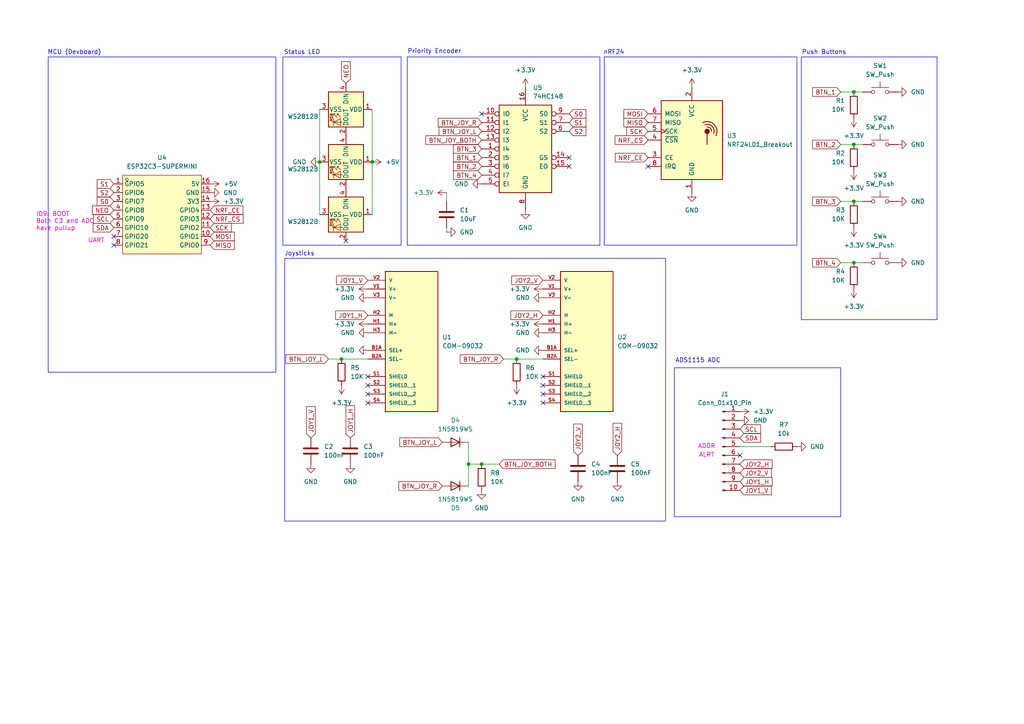
<source format=kicad_sch>
(kicad_sch (version 20250114) (generator "eeschema") (generator_version "9.0")
  (paper "A4")
  (lib_symbols
    (symbol "74xx:74LS148" (pin_names (offset 1.016))
      (property "Reference" "U" (at -7.62 13.97 0))
      (property "Value" "74LS148" (at -7.62 -13.97 0))
      (symbol "74LS148_1_0"
        (pin input inverted (at -12.7 10.16 0) (length 5.08) (name "IO") (number "10"))
        (pin input inverted (at -12.7 7.62 0) (length 5.08) (name "I1") (number "11"))
        (pin input inverted (at -12.7 5.08 0) (length 5.08) (name "I2") (number "12"))
        (pin input inverted (at -12.7 2.54 0) (length 5.08) (name "I3") (number "13"))
        (pin input inverted (at -12.7 0 0) (length 5.08) (name "I4") (number "1"))
        (pin input inverted (at -12.7 -2.54 0) (length 5.08) (name "I5") (number "2"))
        (pin input inverted (at -12.7 -5.08 0) (length 5.08) (name "I6") (number "3"))
        (pin input inverted (at -12.7 -7.62 0) (length 5.08) (name "I7") (number "4"))
        (pin input inverted (at -12.7 -10.16 0) (length 5.08) (name "EI") (number "5"))
        (pin power_in line (at 0 17.78 270) (length 5.08) (name "VCC") (number "16"))
        (pin power_in line (at 0 -17.78 90) (length 5.08) (name "GND") (number "8"))
        (pin output inverted (at 12.7 10.16 180) (length 5.08) (name "S0") (number "9"))
        (pin output inverted (at 12.7 7.62 180) (length 5.08) (name "S1") (number "7"))
        (pin output inverted (at 12.7 5.08 180) (length 5.08) (name "S2") (number "6"))
        (pin output inverted (at 12.7 -2.54 180) (length 5.08) (name "GS") (number "14"))
        (pin output inverted (at 12.7 -5.08 180) (length 5.08) (name "EO") (number "15"))
      )
      (symbol "74LS148_1_1"
        (rectangle (start -7.62 12.7) (end 7.62 -12.7) (stroke (width 0.254)) (fill (type background)))
      )
    )
    (symbol "Connector:Conn_01x10_Pin" (pin_names (offset 1.016) (hide yes))
      (property "Reference" "J" (at 0 12.7 0))
      (property "Value" "Conn_01x10_Pin" (at 0 -15.24 0))
      (symbol "Conn_01x10_Pin_1_1"
        (rectangle (start 0.8636 10.287) (end 0 10.033) (stroke (width 0.1524)) (fill (type outline)))
        (rectangle (start 0.8636 7.747) (end 0 7.493) (stroke (width 0.1524)) (fill (type outline)))
        (rectangle (start 0.8636 5.207) (end 0 4.953) (stroke (width 0.1524)) (fill (type outline)))
        (rectangle (start 0.8636 2.667) (end 0 2.413) (stroke (width 0.1524)) (fill (type outline)))
        (rectangle (start 0.8636 0.127) (end 0 -0.127) (stroke (width 0.1524)) (fill (type outline)))
        (rectangle (start 0.8636 -2.413) (end 0 -2.667) (stroke (width 0.1524)) (fill (type outline)))
        (rectangle (start 0.8636 -4.953) (end 0 -5.207) (stroke (width 0.1524)) (fill (type outline)))
        (rectangle (start 0.8636 -7.493) (end 0 -7.747) (stroke (width 0.1524)) (fill (type outline)))
        (rectangle (start 0.8636 -10.033) (end 0 -10.287) (stroke (width 0.1524)) (fill (type outline)))
        (rectangle (start 0.8636 -12.573) (end 0 -12.827) (stroke (width 0.1524)) (fill (type outline)))
        (polyline (pts (xy 1.27 10.16) (xy 0.8636 10.16)) (stroke (width 0.1524)))
        (polyline (pts (xy 1.27 7.62) (xy 0.8636 7.62)) (stroke (width 0.1524)))
        (polyline (pts (xy 1.27 5.08) (xy 0.8636 5.08)) (stroke (width 0.1524)))
        (polyline (pts (xy 1.27 2.54) (xy 0.8636 2.54)) (stroke (width 0.1524)))
        (polyline (pts (xy 1.27 0) (xy 0.8636 0)) (stroke (width 0.1524)))
        (polyline (pts (xy 1.27 -2.54) (xy 0.8636 -2.54)) (stroke (width 0.1524)))
        (polyline (pts (xy 1.27 -5.08) (xy 0.8636 -5.08)) (stroke (width 0.1524)))
        (polyline (pts (xy 1.27 -7.62) (xy 0.8636 -7.62)) (stroke (width 0.1524)))
        (polyline (pts (xy 1.27 -10.16) (xy 0.8636 -10.16)) (stroke (width 0.1524)))
        (polyline (pts (xy 1.27 -12.7) (xy 0.8636 -12.7)) (stroke (width 0.1524)))
        (pin passive line (at 5.08 10.16 180) (length 3.81) (name "Pin_1") (number "1"))
        (pin passive line (at 5.08 7.62 180) (length 3.81) (name "Pin_2") (number "2"))
        (pin passive line (at 5.08 5.08 180) (length 3.81) (name "Pin_3") (number "3"))
        (pin passive line (at 5.08 2.54 180) (length 3.81) (name "Pin_4") (number "4"))
        (pin passive line (at 5.08 0 180) (length 3.81) (name "Pin_5") (number "5"))
        (pin passive line (at 5.08 -2.54 180) (length 3.81) (name "Pin_6") (number "6"))
        (pin passive line (at 5.08 -5.08 180) (length 3.81) (name "Pin_7") (number "7"))
        (pin passive line (at 5.08 -7.62 180) (length 3.81) (name "Pin_8") (number "8"))
        (pin passive line (at 5.08 -10.16 180) (length 3.81) (name "Pin_9") (number "9"))
        (pin passive line (at 5.08 -12.7 180) (length 3.81) (name "Pin_10") (number "10"))
      )
    )
    (symbol "Device:C" (pin_numbers (hide yes)) (pin_names (offset 0.254))
      (property "Reference" "C" (at 0.635 2.54 0))
      (property "Value" "C" (at 0.635 -2.54 0))
      (symbol "C_0_1"
        (polyline (pts (xy -2.032 0.762) (xy 2.032 0.762)) (stroke (width 0.508)))
        (polyline (pts (xy -2.032 -0.762) (xy 2.032 -0.762)) (stroke (width 0.508)))
      )
      (symbol "C_1_1"
        (pin passive line (at 0 3.81 270) (length 2.794) (name "~") (number "1"))
        (pin passive line (at 0 -3.81 90) (length 2.794) (name "~") (number "2"))
      )
    )
    (symbol "Device:D" (pin_numbers (hide yes)) (pin_names (offset 1.016) (hide yes))
      (property "Reference" "D" (at 0 2.54 0))
      (property "Value" "D" (at 0 -2.54 0))
      (symbol "D_0_1"
        (polyline (pts (xy -1.27 1.27) (xy -1.27 -1.27)) (stroke (width 0.254)))
        (polyline (pts (xy 1.27 1.27) (xy 1.27 -1.27) (xy -1.27 0) (xy 1.27 1.27)) (stroke (width 0.254)))
        (polyline (pts (xy 1.27 0) (xy -1.27 0)))
      )
      (symbol "D_1_1"
        (pin passive line (at -3.81 0 0) (length 2.54) (name "K") (number "1"))
        (pin passive line (at 3.81 0 180) (length 2.54) (name "A") (number "2"))
      )
    )
    (symbol "Device:R" (pin_numbers (hide yes)) (pin_names (offset 0))
      (property "Reference" "R" (at 2.032 0 90))
      (property "Value" "R" (at 0 0 90))
      (symbol "R_0_1"
        (rectangle (start -1.016 -2.54) (end 1.016 2.54) (stroke (width 0.254)))
      )
      (symbol "R_1_1"
        (pin passive line (at 0 3.81 270) (length 1.27) (name "~") (number "1"))
        (pin passive line (at 0 -3.81 90) (length 1.27) (name "~") (number "2"))
      )
    )
    (symbol "LED:WS2812B" (pin_names (offset 0.254))
      (property "Reference" "D" (at 5.08 5.715 0))
      (property "Value" "WS2812B" (at 1.27 -5.715 0))
      (symbol "WS2812B_0_0"
        (text "RGB" (at 2.286 -4.191 0) (effects (font (size 0.762 0.762))))
      )
      (symbol "WS2812B_0_1"
        (polyline (pts (xy 1.27 -2.54) (xy 1.778 -2.54)))
        (polyline (pts (xy 1.27 -3.556) (xy 1.778 -3.556)))
        (polyline (pts (xy 2.286 -1.524) (xy 1.27 -2.54) (xy 1.27 -2.032)))
        (polyline (pts (xy 2.286 -2.54) (xy 1.27 -3.556) (xy 1.27 -3.048)))
        (polyline (pts (xy 3.683 -1.016) (xy 3.683 -3.556) (xy 3.683 -4.064)))
        (polyline (pts (xy 4.699 -1.524) (xy 2.667 -1.524) (xy 3.683 -3.556) (xy 4.699 -1.524)))
        (polyline (pts (xy 4.699 -3.556) (xy 2.667 -3.556)))
        (rectangle (start 5.08 5.08) (end -5.08 -5.08) (stroke (width 0.254)) (fill (type background)))
      )
      (symbol "WS2812B_1_1"
        (pin input line (at -7.62 0 0) (length 2.54) (name "DIN") (number "4"))
        (pin power_in line (at 0 7.62 270) (length 2.54) (name "VDD") (number "1"))
        (pin power_in line (at 0 -7.62 90) (length 2.54) (name "VSS") (number "3"))
        (pin output line (at 7.62 0 180) (length 2.54) (name "DOUT") (number "2"))
      )
    )
    (symbol "RF:NRF24L01_Breakout" (pin_names (offset 1.016))
      (property "Reference" "U" (at -8.89 12.7 0))
      (property "Value" "NRF24L01_Breakout" (at 3.81 12.7 0))
      (symbol "NRF24L01_Breakout_0_1"
        (rectangle (start -8.89 11.43) (end 8.89 -11.43) (stroke (width 0.254)) (fill (type background)))
        (arc (start 3.175 5.08) (mid 6.453 4.548) (end 6.985 1.27) (stroke (width 0.254)))
        (circle (center 4.445 2.54) (radius 0.635) (stroke (width 0.254)) (fill (type outline)))
        (polyline (pts (xy 4.445 1.905) (xy 4.445 -1.27)) (stroke (width 0.254)))
        (arc (start 3.81 4.445) (mid 5.8835 3.9785) (end 6.35 1.905) (stroke (width 0.254)))
        (arc (start 4.445 3.81) (mid 5.3558 3.4508) (end 5.715 2.54) (stroke (width 0.254)))
      )
      (symbol "NRF24L01_Breakout_1_1"
        (pin input line (at -12.7 7.62 0) (length 3.81) (name "MOSI") (number "6"))
        (pin output line (at -12.7 5.08 0) (length 3.81) (name "MISO") (number "7"))
        (pin input clock (at -12.7 2.54 0) (length 3.81) (name "SCK") (number "5"))
        (pin input line (at -12.7 0 0) (length 3.81) (name "~{CSN}") (number "4"))
        (pin input line (at -12.7 -5.08 0) (length 3.81) (name "CE") (number "3"))
        (pin output line (at -12.7 -7.62 0) (length 3.81) (name "IRQ") (number "8"))
        (pin power_in line (at 0 15.24 270) (length 3.81) (name "VCC") (number "2"))
        (pin power_in line (at 0 -15.24 90) (length 3.81) (name "GND") (number "1"))
      )
    )
    (symbol "Switch:SW_Push" (pin_numbers (hide yes)) (pin_names (offset 1.016) (hide yes))
      (property "Reference" "SW" (at 1.27 2.54 0))
      (property "Value" "SW_Push" (at 0 -1.524 0))
      (symbol "SW_Push_0_1"
        (circle (center -2.032 0) (radius 0.508))
        (polyline (pts (xy 0 1.27) (xy 0 3.048)))
        (circle (center 2.032 0) (radius 0.508))
        (polyline (pts (xy 2.54 1.27) (xy -2.54 1.27)))
        (pin passive line (at -5.08 0 0) (length 2.54) (name "1") (number "1"))
        (pin passive line (at 5.08 0 180) (length 2.54) (name "2") (number "2"))
      )
    )
    (symbol "power:+3.3V" (power) (pin_numbers (hide yes)) (pin_names (offset 0) (hide yes))
      (property "Value" "+3.3V" (at 0 3.556 0))
      (symbol "+3.3V_0_1"
        (polyline (pts (xy -0.762 1.27) (xy 0 2.54)))
        (polyline (pts (xy 0 2.54) (xy 0.762 1.27)))
        (polyline (pts (xy 0 0) (xy 0 2.54)))
      )
      (symbol "+3.3V_1_1"
        (pin power_in line (at 0 0 90) (length 0) (name "~") (number "1"))
      )
    )
    (symbol "power:+5V" (power) (pin_numbers (hide yes)) (pin_names (offset 0) (hide yes))
      (property "Value" "+5V" (at 0 3.556 0))
      (symbol "+5V_0_1"
        (polyline (pts (xy -0.762 1.27) (xy 0 2.54)))
        (polyline (pts (xy 0 2.54) (xy 0.762 1.27)))
        (polyline (pts (xy 0 0) (xy 0 2.54)))
      )
      (symbol "+5V_1_1"
        (pin power_in line (at 0 0 90) (length 0) (name "~") (number "1"))
      )
    )
    (symbol "power:GND" (power) (pin_numbers (hide yes)) (pin_names (offset 0) (hide yes))
      (property "Value" "GND" (at 0 -3.81 0))
      (symbol "GND_0_1"
        (polyline (pts (xy 0 0) (xy 0 -1.27) (xy 1.27 -1.27) (xy 0 -2.54) (xy -1.27 -1.27) (xy 0 -1.27)))
      )
      (symbol "GND_1_1"
        (pin power_in line (at 0 0 270) (length 0) (name "~") (number "1"))
      )
    )
    (symbol "stuff:COM-09032" (pin_names (offset 1.016))
      (property "Reference" "U" (at -7.62 16.002 0))
      (property "Value" "COM-09032" (at -7.62 -27.94 0))
      (symbol "COM-09032_0_0"
        (rectangle (start -7.62 -25.4) (end 7.62 15.24) (stroke (width 0.254)) (fill (type background)))
        (pin passive line (at -12.7 12.7 0) (length 5.08) (name "V") (number "V2"))
        (pin passive line (at -12.7 10.16 0) (length 5.08) (name "V+") (number "V1"))
        (pin passive line (at -12.7 7.62 0) (length 5.08) (name "V-") (number "V3"))
        (pin passive line (at -12.7 2.54 0) (length 5.08) (name "H") (number "H2"))
        (pin passive line (at -12.7 0 0) (length 5.08) (name "H+") (number "H1"))
        (pin passive line (at -12.7 -2.54 0) (length 5.08) (name "H-") (number "H3"))
        (pin passive line (at -12.7 -7.62 0) (length 5.08) (name "SEL+") (number "B1A"))
        (pin passive line (at -12.7 -10.16 0) (length 5.08) (name "SEL-") (number "B2A"))
        (pin passive line (at -12.7 -15.24 0) (length 5.08) (name "SHIELD") (number "S1"))
        (pin passive line (at -12.7 -17.78 0) (length 5.08) (name "SHIELD__1") (number "S2"))
        (pin passive line (at -12.7 -20.32 0) (length 5.08) (name "SHIELD__2") (number "S3"))
        (pin passive line (at -12.7 -22.86 0) (length 5.08) (name "SHIELD__3") (number "S4"))
      )
    )
    (symbol "stuff:ESP32C3-SUPERMINI"
      (property "Reference" "U" (at 0 13.97 0))
      (property "Value" "ESP32C3-SUPERMINI" (at 0 -13.97 0))
      (symbol "ESP32C3-SUPERMINI_0_1"
        (rectangle (start -11.43 11.43) (end 11.43 -11.43) (fill (type background)))
        (circle (center -10.16 10.16) (radius 0.38))
        (pin unspecified line (at -13.97 8.89 0) (length 2.54) (name "GPIO5") (number "1"))
        (pin unspecified line (at -13.97 6.35 0) (length 2.54) (name "GPIO6") (number "2"))
        (pin unspecified line (at -13.97 3.81 0) (length 2.54) (name "GPIO7") (number "3"))
        (pin unspecified line (at -13.97 1.27 0) (length 2.54) (name "GPIO8") (number "4"))
        (pin unspecified line (at -13.97 -1.27 0) (length 2.54) (name "GPIO9") (number "5"))
        (pin unspecified line (at -13.97 -3.81 0) (length 2.54) (name "GPIO10") (number "6"))
        (pin unspecified line (at -13.97 -6.35 0) (length 2.54) (name "GPIO20") (number "7"))
        (pin unspecified line (at -13.97 -8.89 0) (length 2.54) (name "GPIO21") (number "8"))
        (pin unspecified line (at 13.97 8.89 180) (length 2.54) (name "5V") (number "16"))
        (pin unspecified line (at 13.97 6.35 180) (length 2.54) (name "GND") (number "15"))
        (pin unspecified line (at 13.97 3.81 180) (length 2.54) (name "3V3") (number "14"))
        (pin unspecified line (at 13.97 1.27 180) (length 2.54) (name "GPIO4") (number "13"))
        (pin unspecified line (at 13.97 -1.27 180) (length 2.54) (name "GPIO3") (number "12"))
        (pin unspecified line (at 13.97 -3.81 180) (length 2.54) (name "GPIO2") (number "11"))
        (pin unspecified line (at 13.97 -6.35 180) (length 2.54) (name "GPIO1") (number "10"))
        (pin unspecified line (at 13.97 -8.89 180) (length 2.54) (name "GPIO0") (number "9"))
      )
    )
  )
  (rectangle (start 82.55 74.93) (end 193.04 151.13))
  (rectangle (start 175.26 16.51) (end 231.14 71.12))
  (rectangle (start 195.58 106.68) (end 243.84 149.86))
  (rectangle (start 232.41 16.51) (end 271.78 92.71))
  (rectangle (start 82.042 16.51) (end 116.332 71.12))
  (rectangle (start 13.97 16.51) (end 80.01 107.95))
  (rectangle (start 118.11 16.51) (end 173.99 71.12))
  (text "Joysticks" (at 86.868 73.66 0) (effects (font (size 1.27 1.27))))
  (text "Status LED" (at 87.63 15.24 0) (effects (font (size 1.27 1.27))))
  (text "Push Buttons" (at 239.014 15.24 0) (effects (font (size 1.27 1.27))))
  (text "UART" (at 27.94 69.85 0) (effects (font (size 1.27 1.27))))
  (text "ALRT" (at 204.978 132.08 0) (effects (font (size 1.27 1.27))))
  (text "nRF24" (at 178.054 15.24 0) (effects (font (size 1.27 1.27))))
  (text "Priority Encoder" (at 125.984 14.986 0) (effects (font (size 1.27 1.27))))
  (text "IO9: BOOT\nBoth C3 and ADC\nhave pullup" (at 10.414 64.262 0) (effects (font (size 1.27 1.27)) (justify left)))
  (text "ADDR" (at 204.978 129.54 0) (effects (font (size 1.27 1.27))))
  (text "MCU (Devboard)" (at 21.59 15.24 0) (effects (font (size 1.27 1.27))))
  (text "ADS1115 ADC" (at 202.438 104.648 0) (effects (font (size 1.27 1.27))))
  (junction (at 139.7 134.62))
  (junction (at 135.89 134.62))
  (junction (at 247.65 76.2))
  (junction (at 247.65 41.91))
  (junction (at 107.95 46.99))
  (junction (at 149.86 104.14))
  (junction (at 247.65 26.67))
  (junction (at 92.71 46.99))
  (junction (at 99.06 104.14))
  (junction (at 247.65 58.42))
  (no_connect (at 139.7 33.02))
  (no_connect (at 165.1 48.26))
  (no_connect (at 106.68 116.84))
  (no_connect (at 100.33 69.85))
  (no_connect (at 33.02 68.58))
  (no_connect (at 106.68 109.22))
  (no_connect (at 157.48 114.3))
  (no_connect (at 214.63 132.08))
  (no_connect (at 157.48 116.84))
  (no_connect (at 33.02 71.12))
  (no_connect (at 157.48 111.76))
  (no_connect (at 106.68 111.76))
  (no_connect (at 187.96 48.26))
  (no_connect (at 106.68 114.3))
  (no_connect (at 157.48 109.22))
  (no_connect (at 165.1 45.72))
  (wire (pts (xy 135.89 134.62) (xy 135.89 140.97)))
  (wire (pts (xy 243.84 41.91) (xy 247.65 41.91)))
  (wire (pts (xy 107.95 31.75) (xy 107.95 46.99)))
  (wire (pts (xy 135.89 128.27) (xy 135.89 134.62)))
  (wire (pts (xy 247.65 26.67) (xy 250.19 26.67)))
  (wire (pts (xy 92.71 31.75) (xy 92.71 46.99)))
  (wire (pts (xy 107.95 46.99) (xy 107.95 62.23)))
  (wire (pts (xy 243.84 26.67) (xy 247.65 26.67)))
  (wire (pts (xy 243.84 76.2) (xy 247.65 76.2)))
  (wire (pts (xy 247.65 76.2) (xy 250.19 76.2)))
  (wire (pts (xy 95.25 104.14) (xy 99.06 104.14)))
  (wire (pts (xy 99.06 104.14) (xy 106.68 104.14)))
  (wire (pts (xy 243.84 58.42) (xy 247.65 58.42)))
  (wire (pts (xy 129.54 55.88) (xy 129.54 58.42)))
  (wire (pts (xy 92.71 46.99) (xy 92.71 62.23)))
  (wire (pts (xy 247.65 41.91) (xy 250.19 41.91)))
  (wire (pts (xy 129.54 66.04) (xy 129.54 67.31)))
  (wire (pts (xy 146.05 104.14) (xy 149.86 104.14)))
  (wire (pts (xy 149.86 104.14) (xy 157.48 104.14)))
  (wire (pts (xy 139.7 134.62) (xy 144.78 134.62)))
  (wire (pts (xy 247.65 58.42) (xy 250.19 58.42)))
  (wire (pts (xy 135.89 134.62) (xy 139.7 134.62)))
  (wire (pts (xy 214.63 129.54) (xy 223.52 129.54)))
  (global_label "JOY2_H" (shape input) (at 157.48 91.44 180) (property "Intersheetrefs" "${INTERSHEET_REFS}" (effects (hide yes))))
  (global_label "JOY1_V" (shape input) (at 214.63 142.24 0) (property "Intersheetrefs" "${INTERSHEET_REFS}" (effects (hide yes))))
  (global_label "BTN_2" (shape input) (at 243.84 41.91 180) (property "Intersheetrefs" "${INTERSHEET_REFS}" (effects (hide yes))))
  (global_label "BTN_4" (shape input) (at 243.84 76.2 180) (property "Intersheetrefs" "${INTERSHEET_REFS}" (effects (hide yes))))
  (global_label "MOSI" (shape input) (at 60.96 68.58 0) (property "Intersheetrefs" "${INTERSHEET_REFS}" (effects (hide yes))))
  (global_label "JOY1_V" (shape input) (at 106.68 81.28 180) (property "Intersheetrefs" "${INTERSHEET_REFS}" (effects (hide yes))))
  (global_label "JOY2_H" (shape input) (at 214.63 134.62 0) (property "Intersheetrefs" "${INTERSHEET_REFS}" (effects (hide yes))))
  (global_label "BTN_JOY_L" (shape input) (at 95.25 104.14 180) (property "Intersheetrefs" "${INTERSHEET_REFS}" (effects (hide yes))))
  (global_label "SDA" (shape input) (at 214.63 127 0) (property "Intersheetrefs" "${INTERSHEET_REFS}" (effects (hide yes))))
  (global_label "JOY2_V" (shape input) (at 157.48 81.28 180) (property "Intersheetrefs" "${INTERSHEET_REFS}" (effects (hide yes))))
  (global_label "SCL" (shape input) (at 214.63 124.46 0) (property "Intersheetrefs" "${INTERSHEET_REFS}" (effects (hide yes))))
  (global_label "BTN_3" (shape input) (at 139.7 43.18 180) (property "Intersheetrefs" "${INTERSHEET_REFS}" (effects (hide yes))))
  (global_label "BTN_JOY_L" (shape input) (at 128.27 128.27 180) (property "Intersheetrefs" "${INTERSHEET_REFS}" (effects (hide yes))))
  (global_label "NEO" (shape input) (at 100.33 24.13 90) (property "Intersheetrefs" "${INTERSHEET_REFS}" (effects (hide yes))))
  (global_label "JOY1_H" (shape input) (at 101.6 127 90) (property "Intersheetrefs" "${INTERSHEET_REFS}" (effects (hide yes))))
  (global_label "JOY2_H" (shape input) (at 179.07 132.08 90) (property "Intersheetrefs" "${INTERSHEET_REFS}" (effects (hide yes))))
  (global_label "MOSI" (shape input) (at 187.96 33.02 180) (property "Intersheetrefs" "${INTERSHEET_REFS}" (effects (hide yes))))
  (global_label "BTN_JOY_R" (shape input) (at 146.05 104.14 180) (property "Intersheetrefs" "${INTERSHEET_REFS}" (effects (hide yes))))
  (global_label "JOY1_H" (shape input) (at 214.63 139.7 0) (property "Intersheetrefs" "${INTERSHEET_REFS}" (effects (hide yes))))
  (global_label "S1" (shape input) (at 165.1 35.56 0) (property "Intersheetrefs" "${INTERSHEET_REFS}" (effects (hide yes))))
  (global_label "NEO" (shape input) (at 33.02 60.96 180) (property "Intersheetrefs" "${INTERSHEET_REFS}" (effects (hide yes))))
  (global_label "MISO" (shape input) (at 187.96 35.56 180) (property "Intersheetrefs" "${INTERSHEET_REFS}" (effects (hide yes))))
  (global_label "S2" (shape input) (at 165.1 38.1 0) (property "Intersheetrefs" "${INTERSHEET_REFS}" (effects (hide yes))))
  (global_label "SCK" (shape input) (at 187.96 38.1 180) (property "Intersheetrefs" "${INTERSHEET_REFS}" (effects (hide yes))))
  (global_label "JOY2_V" (shape input) (at 214.63 137.16 0) (property "Intersheetrefs" "${INTERSHEET_REFS}" (effects (hide yes))))
  (global_label "SCL" (shape input) (at 33.02 63.5 180) (property "Intersheetrefs" "${INTERSHEET_REFS}" (effects (hide yes))))
  (global_label "SDA" (shape input) (at 33.02 66.04 180) (property "Intersheetrefs" "${INTERSHEET_REFS}" (effects (hide yes))))
  (global_label "BTN_1" (shape input) (at 243.84 26.67 180) (property "Intersheetrefs" "${INTERSHEET_REFS}" (effects (hide yes))))
  (global_label "NRF_CS" (shape input) (at 60.96 63.5 0) (property "Intersheetrefs" "${INTERSHEET_REFS}" (effects (hide yes))))
  (global_label "NRF_CE" (shape input) (at 60.96 60.96 0) (property "Intersheetrefs" "${INTERSHEET_REFS}" (effects (hide yes))))
  (global_label "NRF_CE" (shape input) (at 187.96 45.72 180) (property "Intersheetrefs" "${INTERSHEET_REFS}" (effects (hide yes))))
  (global_label "BTN_JOY_BOTH" (shape input) (at 139.7 40.64 180) (property "Intersheetrefs" "${INTERSHEET_REFS}" (effects (hide yes))))
  (global_label "JOY2_V" (shape input) (at 167.64 132.08 90) (property "Intersheetrefs" "${INTERSHEET_REFS}" (effects (hide yes))))
  (global_label "BTN_4" (shape input) (at 139.7 50.8 180) (property "Intersheetrefs" "${INTERSHEET_REFS}" (effects (hide yes))))
  (global_label "BTN_JOY_BOTH" (shape input) (at 144.78 134.62 0) (property "Intersheetrefs" "${INTERSHEET_REFS}" (effects (hide yes))))
  (global_label "S1" (shape input) (at 33.02 53.34 180) (property "Intersheetrefs" "${INTERSHEET_REFS}" (effects (hide yes))))
  (global_label "SCK" (shape input) (at 60.96 66.04 0) (property "Intersheetrefs" "${INTERSHEET_REFS}" (effects (hide yes))))
  (global_label "BTN_JOY_L" (shape input) (at 139.7 38.1 180) (property "Intersheetrefs" "${INTERSHEET_REFS}" (effects (hide yes))))
  (global_label "JOY1_H" (shape input) (at 106.68 91.44 180) (property "Intersheetrefs" "${INTERSHEET_REFS}" (effects (hide yes))))
  (global_label "BTN_JOY_R" (shape input) (at 139.7 35.56 180) (property "Intersheetrefs" "${INTERSHEET_REFS}" (effects (hide yes))))
  (global_label "S0" (shape input) (at 33.02 58.42 180) (property "Intersheetrefs" "${INTERSHEET_REFS}" (effects (hide yes))))
  (global_label "BTN_1" (shape input) (at 139.7 45.72 180) (property "Intersheetrefs" "${INTERSHEET_REFS}" (effects (hide yes))))
  (global_label "NRF_CS" (shape input) (at 187.96 40.64 180) (property "Intersheetrefs" "${INTERSHEET_REFS}" (effects (hide yes))))
  (global_label "S2" (shape input) (at 33.02 55.88 180) (property "Intersheetrefs" "${INTERSHEET_REFS}" (effects (hide yes))))
  (global_label "JOY1_V" (shape input) (at 90.17 127 90) (property "Intersheetrefs" "${INTERSHEET_REFS}" (effects (hide yes))))
  (global_label "MISO" (shape input) (at 60.96 71.12 0) (property "Intersheetrefs" "${INTERSHEET_REFS}" (effects (hide yes))))
  (global_label "BTN_JOY_R" (shape input) (at 128.27 140.97 180) (property "Intersheetrefs" "${INTERSHEET_REFS}" (effects (hide yes))))
  (global_label "BTN_2" (shape input) (at 139.7 48.26 180) (property "Intersheetrefs" "${INTERSHEET_REFS}" (effects (hide yes))))
  (global_label "BTN_3" (shape input) (at 243.84 58.42 180) (property "Intersheetrefs" "${INTERSHEET_REFS}" (effects (hide yes))))
  (global_label "S0" (shape input) (at 165.1 33.02 0) (property "Intersheetrefs" "${INTERSHEET_REFS}" (effects (hide yes))))
  (symbol (lib_id "power:GND") (at 101.6 134.62 0) (unit 1)
    (property "Reference" "#PWR035" (effects (hide yes)))
    (property "Value" "GND" (at 101.6 139.7 0))
    (property "Description" "Power symbol creates a global label with name \"GND\" , ground" (effects (hide yes)))
  )
  (symbol (lib_id "power:+3.3V") (at 200.66 25.4 0) (unit 1)
    (property "Reference" "#PWR016" (effects (hide yes)))
    (property "Value" "+3.3V" (at 200.66 20.32 0))
    (property "Description" "Power symbol creates a global label with name \"+3.3V\"" (effects (hide yes)))
  )
  (symbol (lib_id "Device:C") (at 129.54 62.23 0) (unit 1)
    (property "Reference" "C1" (at 133.35 60.9599 0) (effects (justify left)))
    (property "Value" "10uF" (at 133.35 63.4999 0) (effects (justify left)))
    (property "Footprint" "Capacitor_SMD:C_0805_2012Metric" (effects (hide yes)))
    (property "Description" "Unpolarized capacitor" (effects (hide yes)))
  )
  (symbol (lib_id "Device:R") (at 247.65 80.01 0) (mirror y) (unit 1)
    (property "Reference" "R4" (at 245.11 78.7399 0) (effects (justify left)))
    (property "Value" "10K" (at 245.11 81.2799 0) (effects (justify left)))
    (property "Footprint" "Resistor_SMD:R_0805_2012Metric" (effects (hide yes)))
    (property "Description" "Resistor" (effects (hide yes)))
  )
  (symbol (lib_id "Device:R") (at 247.65 62.23 0) (mirror y) (unit 1)
    (property "Reference" "R3" (at 245.11 60.9599 0) (effects (justify left)))
    (property "Value" "10K" (at 245.11 63.4999 0) (effects (justify left)))
    (property "Footprint" "Resistor_SMD:R_0805_2012Metric" (effects (hide yes)))
    (property "Description" "Resistor" (effects (hide yes)))
  )
  (symbol (lib_id "Device:R") (at 247.65 45.72 0) (mirror y) (unit 1)
    (property "Reference" "R2" (at 245.11 44.4499 0) (effects (justify left)))
    (property "Value" "10K" (at 245.11 46.9899 0) (effects (justify left)))
    (property "Footprint" "Resistor_SMD:R_0805_2012Metric" (effects (hide yes)))
    (property "Description" "Resistor" (effects (hide yes)))
  )
  (symbol (lib_id "power:+3.3V") (at 129.54 55.88 90) (unit 1)
    (property "Reference" "#PWR033" (effects (hide yes)))
    (property "Value" "+3.3V" (at 125.73 55.8799 90) (effects (justify left)))
    (property "Description" "Power symbol creates a global label with name \"+3.3V\"" (effects (hide yes)))
  )
  (symbol (lib_id "Device:C") (at 167.64 135.89 0) (unit 1)
    (property "Reference" "C4" (at 171.45 134.6199 0) (effects (justify left)))
    (property "Value" "100nF" (at 171.45 137.1599 0) (effects (justify left)))
    (property "Footprint" "Capacitor_SMD:C_0805_2012Metric" (effects (hide yes)))
    (property "Description" "Unpolarized capacitor" (effects (hide yes)))
  )
  (symbol (lib_id "power:GND") (at 60.96 55.88 90) (unit 1)
    (property "Reference" "#PWR02" (effects (hide yes)))
    (property "Value" "GND" (at 64.77 55.8799 90) (effects (justify right)))
    (property "Description" "Power symbol creates a global label with name \"GND\" , ground" (effects (hide yes)))
  )
  (symbol (lib_id "power:GND") (at 200.66 55.88 0) (unit 1)
    (property "Reference" "#PWR017" (effects (hide yes)))
    (property "Value" "GND" (at 200.66 60.96 0))
    (property "Description" "Power symbol creates a global label with name \"GND\" , ground" (effects (hide yes)))
  )
  (symbol (lib_id "power:GND") (at 106.68 101.6 270) (unit 1)
    (property "Reference" "#PWR027" (effects (hide yes)))
    (property "Value" "GND" (at 102.87 101.5999 90) (effects (justify right)))
    (property "Description" "Power symbol creates a global label with name \"GND\" , ground" (effects (hide yes)))
  )
  (symbol (lib_id "Switch:SW_Push") (at 255.27 76.2 0) (unit 1)
    (property "Reference" "SW4" (at 255.27 68.58 0))
    (property "Value" "SW_Push" (at 255.27 71.12 0))
    (property "Footprint" "Button_Switch_THT:SW_PUSH-12mm" (effects (hide yes)))
    (property "Description" "Push button switch, generic, two pins" (effects (hide yes)))
  )
  (symbol (lib_id "power:GND") (at 139.7 142.24 0) (unit 1)
    (property "Reference" "#PWR031" (effects (hide yes)))
    (property "Value" "GND" (at 139.7 147.32 0))
    (property "Description" "Power symbol creates a global label with name \"GND\" , ground" (effects (hide yes)))
  )
  (symbol (lib_id "LED:WS2812B") (at 100.33 62.23 270) (unit 1)
    (property "Reference" "D3" (effects (hide yes)))
    (property "Value" "WS2812B" (at 87.884 64.262 90))
    (property "Footprint" "LED_SMD:LED_WS2812B_PLCC4_5.0x5.0mm_P3.2mm" (effects (hide yes)))
    (property "Datasheet" "https://cdn-shop.adafruit.com/datasheets/WS2812B.pdf" (effects (hide yes)))
    (property "Description" "RGB LED with integrated controller" (effects (hide yes)))
  )
  (symbol (lib_id "stuff:ESP32C3-SUPERMINI") (at 46.99 62.23 0) (unit 1)
    (property "Reference" "U4" (at 46.99 45.72 0))
    (property "Value" "ESP32C3-SUPERMINI" (at 46.99 48.26 0))
    (property "Footprint" "stuff:ESP32-C3-SuperMini" (effects (hide yes)))
    (property "LCSC Part" "C9900147397" (effects (hide yes)))
  )
  (symbol (lib_id "power:GND") (at 260.35 41.91 90) (unit 1)
    (property "Reference" "#PWR018" (effects (hide yes)))
    (property "Value" "GND" (at 264.16 41.9099 90) (effects (justify right)))
    (property "Description" "Power symbol creates a global label with name \"GND\" , ground" (effects (hide yes)))
  )
  (symbol (lib_id "power:+3.3V") (at 157.48 93.98 90) (unit 1)
    (property "Reference" "#PWR012" (effects (hide yes)))
    (property "Value" "+3.3V" (at 153.67 93.9799 90) (effects (justify left)))
    (property "Description" "Power symbol creates a global label with name \"+3.3V\"" (effects (hide yes)))
  )
  (symbol (lib_id "power:GND") (at 260.35 76.2 90) (unit 1)
    (property "Reference" "#PWR020" (effects (hide yes)))
    (property "Value" "GND" (at 264.16 76.1999 90) (effects (justify right)))
    (property "Description" "Power symbol creates a global label with name \"GND\" , ground" (effects (hide yes)))
  )
  (symbol (lib_id "power:GND") (at 260.35 58.42 90) (unit 1)
    (property "Reference" "#PWR019" (effects (hide yes)))
    (property "Value" "GND" (at 264.16 58.4199 90) (effects (justify right)))
    (property "Description" "Power symbol creates a global label with name \"GND\" , ground" (effects (hide yes)))
  )
  (symbol (lib_id "Device:R") (at 149.86 107.95 0) (unit 1)
    (property "Reference" "R6" (at 152.4 106.6799 0) (effects (justify left)))
    (property "Value" "10K" (at 152.4 109.2199 0) (effects (justify left)))
    (property "Footprint" "Resistor_SMD:R_0805_2012Metric" (effects (hide yes)))
    (property "Description" "Resistor" (effects (hide yes)))
  )
  (symbol (lib_id "power:+3.3V") (at 247.65 83.82 0) (mirror x) (unit 1)
    (property "Reference" "#PWR026" (effects (hide yes)))
    (property "Value" "+3.3V" (at 247.65 88.9 0))
    (property "Description" "Power symbol creates a global label with name \"+3.3V\"" (effects (hide yes)))
  )
  (symbol (lib_id "Device:D") (at 132.08 128.27 180) (unit 1)
    (property "Reference" "D4" (at 132.08 121.92 0))
    (property "Value" "1N5819WS" (at 132.08 124.46 0))
    (property "Footprint" "Diode_THT:D_DO-41_SOD81_P7.62mm_Horizontal" (effects (hide yes)))
    (property "Description" "Diode" (effects (hide yes)))
    (property "Sim.Device" "D" (effects (hide yes)))
    (property "Sim.Pins" "1=K 2=A" (effects (hide yes)))
  )
  (symbol (lib_id "power:GND") (at 129.54 67.31 90) (unit 1)
    (property "Reference" "#PWR032" (effects (hide yes)))
    (property "Value" "GND" (at 133.35 67.3099 90) (effects (justify right)))
    (property "Description" "Power symbol creates a global label with name \"GND\" , ground" (effects (hide yes)))
  )
  (symbol (lib_id "LED:WS2812B") (at 100.33 31.75 270) (unit 1)
    (property "Reference" "D1" (effects (hide yes)))
    (property "Value" "WS2812B" (at 87.884 33.782 90))
    (property "Footprint" "LED_SMD:LED_WS2812B_PLCC4_5.0x5.0mm_P3.2mm" (effects (hide yes)))
    (property "Datasheet" "https://cdn-shop.adafruit.com/datasheets/WS2812B.pdf" (effects (hide yes)))
    (property "Description" "RGB LED with integrated controller" (effects (hide yes)))
  )
  (symbol (lib_id "power:+3.3V") (at 152.4 25.4 0) (unit 1)
    (property "Reference" "#PWR023" (effects (hide yes)))
    (property "Value" "+3.3V" (at 152.4 20.32 0))
    (property "Description" "Power symbol creates a global label with name \"+3.3V\"" (effects (hide yes)))
  )
  (symbol (lib_id "Device:R") (at 139.7 138.43 0) (unit 1)
    (property "Reference" "R8" (at 142.24 137.1599 0) (effects (justify left)))
    (property "Value" "10K" (at 142.24 139.6999 0) (effects (justify left)))
    (property "Footprint" "Resistor_SMD:R_0805_2012Metric" (effects (hide yes)))
    (property "Description" "Resistor" (effects (hide yes)))
  )
  (symbol (lib_id "Device:R") (at 99.06 107.95 0) (unit 1)
    (property "Reference" "R5" (at 101.6 106.6799 0) (effects (justify left)))
    (property "Value" "10K" (at 101.6 109.2199 0) (effects (justify left)))
    (property "Footprint" "Resistor_SMD:R_0805_2012Metric" (effects (hide yes)))
    (property "Description" "Resistor" (effects (hide yes)))
  )
  (symbol (lib_id "LED:WS2812B") (at 100.33 46.99 270) (unit 1)
    (property "Reference" "D2" (effects (hide yes)))
    (property "Value" "WS2812B" (at 87.884 49.022 90))
    (property "Footprint" "LED_SMD:LED_WS2812B_PLCC4_5.0x5.0mm_P3.2mm" (effects (hide yes)))
    (property "Datasheet" "https://cdn-shop.adafruit.com/datasheets/WS2812B.pdf" (effects (hide yes)))
    (property "Description" "RGB LED with integrated controller" (effects (hide yes)))
  )
  (symbol (lib_id "Connector:Conn_01x10_Pin") (at 209.55 129.54 0) (unit 1)
    (property "Reference" "J1" (at 210.185 114.3 0))
    (property "Value" "Conn_01x10_Pin" (at 210.185 116.84 0))
    (property "Footprint" "Connector_PinHeader_2.54mm:PinHeader_1x10_P2.54mm_Vertical" (effects (hide yes)))
    (property "Description" "Generic connector, single row, 01x10, script generated" (effects (hide yes)))
  )
  (symbol (lib_id "RF:NRF24L01_Breakout") (at 200.66 40.64 0) (unit 1)
    (property "Reference" "U3" (at 210.82 39.3699 0) (effects (justify left)))
    (property "Value" "NRF24L01_Breakout" (at 210.82 41.9099 0) (effects (justify left)))
    (property "Footprint" "stuff:nRF24L01_SMD_Breakout" (effects (hide yes)))
    (property "Datasheet" "http://www.nordicsemi.com/eng/content/download/2730/34105/file/nRF24L01_Product_Specification_v2_0.pdf" (effects (hide yes)))
    (property "Description" "Ultra low power 2.4GHz RF Transceiver, Carrier PCB" (effects (hide yes)))
  )
  (symbol (lib_id "Device:C") (at 179.07 135.89 0) (unit 1)
    (property "Reference" "C5" (at 182.88 134.6199 0) (effects (justify left)))
    (property "Value" "100nF" (at 182.88 137.1599 0) (effects (justify left)))
    (property "Footprint" "Capacitor_SMD:C_0805_2012Metric" (effects (hide yes)))
    (property "Description" "Unpolarized capacitor" (effects (hide yes)))
  )
  (symbol (lib_id "stuff:COM-09032") (at 170.18 93.98 0) (unit 1)
    (property "Reference" "U2" (at 179.07 97.7899 0) (effects (justify left)))
    (property "Value" "COM-09032" (at 179.07 100.3299 0) (effects (justify left)))
    (property "Footprint" "stuff:XDCR_COM-09032" (effects (hide yes)))
    (property "PARTREV" "N/A" (effects (hide yes)))
    (property "STANDARD" "Manufacturer Recommendations" (effects (hide yes)))
    (property "MAXIMUM_PACKAGE_HEIGHT" "30.1mm" (effects (hide yes)))
    (property "MANUFACTURER" "SparkFun Electronics" (effects (hide yes)))
  )
  (symbol (lib_id "power:+5V") (at 60.96 53.34 270) (unit 1)
    (property "Reference" "#PWR03" (effects (hide yes)))
    (property "Value" "+5V" (at 64.77 53.3399 90) (effects (justify left)))
    (property "Description" "Power symbol creates a global label with name \"+5V\"" (effects (hide yes)))
  )
  (symbol (lib_id "power:+3.3V") (at 247.65 49.53 0) (mirror x) (unit 1)
    (property "Reference" "#PWR024" (effects (hide yes)))
    (property "Value" "+3.3V" (at 247.65 54.61 0))
    (property "Description" "Power symbol creates a global label with name \"+3.3V\"" (effects (hide yes)))
  )
  (symbol (lib_id "power:GND") (at 139.7 53.34 270) (unit 1)
    (property "Reference" "#PWR021" (effects (hide yes)))
    (property "Value" "GND" (at 135.89 53.3399 90) (effects (justify right)))
    (property "Description" "Power symbol creates a global label with name \"GND\" , ground" (effects (hide yes)))
  )
  (symbol (lib_id "74xx:74LS148") (at 152.4 43.18 0) (unit 1)
    (property "Reference" "U5" (at 154.5433 25.4 0) (effects (justify left)))
    (property "Value" "74HC148" (at 154.5433 27.94 0) (effects (justify left)))
    (property "Footprint" "Package_SO:SOP-16_3.9x9.9mm_P1.27mm" (effects (hide yes)))
    (property "Datasheet" "http://www.ti.com/lit/gpn/sn74LS148" (effects (hide yes)))
    (property "Description" "Priority Encoder 3 to 8 cascadable" (effects (hide yes)))
  )
  (symbol (lib_id "power:GND") (at 167.64 139.7 0) (unit 1)
    (property "Reference" "#PWR036" (effects (hide yes)))
    (property "Value" "GND" (at 167.64 144.78 0))
    (property "Description" "Power symbol creates a global label with name \"GND\" , ground" (effects (hide yes)))
  )
  (symbol (lib_id "power:GND") (at 90.17 134.62 0) (unit 1)
    (property "Reference" "#PWR034" (effects (hide yes)))
    (property "Value" "GND" (at 90.17 139.7 0))
    (property "Description" "Power symbol creates a global label with name \"GND\" , ground" (effects (hide yes)))
  )
  (symbol (lib_id "power:+3.3V") (at 99.06 111.76 0) (mirror x) (unit 1)
    (property "Reference" "#PWR029" (effects (hide yes)))
    (property "Value" "+3.3V" (at 99.06 116.84 0))
    (property "Description" "Power symbol creates a global label with name \"+3.3V\"" (effects (hide yes)))
  )
  (symbol (lib_id "power:+5V") (at 107.95 46.99 270) (unit 1)
    (property "Reference" "#PWR04" (effects (hide yes)))
    (property "Value" "+5V" (at 111.76 46.9899 90) (effects (justify left)))
    (property "Description" "Power symbol creates a global label with name \"+5V\"" (effects (hide yes)))
  )
  (symbol (lib_id "Switch:SW_Push") (at 255.27 41.91 0) (unit 1)
    (property "Reference" "SW2" (at 255.27 34.29 0))
    (property "Value" "SW_Push" (at 255.27 36.83 0))
    (property "Footprint" "Button_Switch_THT:SW_PUSH-12mm" (effects (hide yes)))
    (property "Description" "Push button switch, generic, two pins" (effects (hide yes)))
  )
  (symbol (lib_id "power:+3.3V") (at 106.68 83.82 90) (unit 1)
    (property "Reference" "#PWR06" (effects (hide yes)))
    (property "Value" "+3.3V" (at 102.87 83.8199 90) (effects (justify left)))
    (property "Description" "Power symbol creates a global label with name \"+3.3V\"" (effects (hide yes)))
  )
  (symbol (lib_id "power:+3.3V") (at 247.65 66.04 0) (mirror x) (unit 1)
    (property "Reference" "#PWR025" (effects (hide yes)))
    (property "Value" "+3.3V" (at 247.65 71.12 0))
    (property "Description" "Power symbol creates a global label with name \"+3.3V\"" (effects (hide yes)))
  )
  (symbol (lib_id "power:GND") (at 106.68 86.36 270) (unit 1)
    (property "Reference" "#PWR010" (effects (hide yes)))
    (property "Value" "GND" (at 102.87 86.3599 90) (effects (justify right)))
    (property "Description" "Power symbol creates a global label with name \"GND\" , ground" (effects (hide yes)))
  )
  (symbol (lib_id "Device:C") (at 101.6 130.81 0) (unit 1)
    (property "Reference" "C3" (at 105.41 129.5399 0) (effects (justify left)))
    (property "Value" "100nF" (at 105.41 132.0799 0) (effects (justify left)))
    (property "Footprint" "Capacitor_SMD:C_0805_2012Metric" (effects (hide yes)))
    (property "Description" "Unpolarized capacitor" (effects (hide yes)))
  )
  (symbol (lib_id "stuff:COM-09032") (at 119.38 93.98 0) (unit 1)
    (property "Reference" "U1" (at 128.27 97.7899 0) (effects (justify left)))
    (property "Value" "COM-09032" (at 128.27 100.3299 0) (effects (justify left)))
    (property "Footprint" "stuff:XDCR_COM-09032" (effects (hide yes)))
    (property "PARTREV" "N/A" (effects (hide yes)))
    (property "STANDARD" "Manufacturer Recommendations" (effects (hide yes)))
    (property "MAXIMUM_PACKAGE_HEIGHT" "30.1mm" (effects (hide yes)))
    (property "MANUFACTURER" "SparkFun Electronics" (effects (hide yes)))
  )
  (symbol (lib_id "power:GND") (at 152.4 60.96 0) (unit 1)
    (property "Reference" "#PWR014" (effects (hide yes)))
    (property "Value" "GND" (at 152.4 66.04 0))
    (property "Description" "Power symbol creates a global label with name \"GND\" , ground" (effects (hide yes)))
  )
  (symbol (lib_id "power:+3.3V") (at 247.65 34.29 0) (mirror x) (unit 1)
    (property "Reference" "#PWR022" (effects (hide yes)))
    (property "Value" "+3.3V" (at 247.65 39.37 0))
    (property "Description" "Power symbol creates a global label with name \"+3.3V\"" (effects (hide yes)))
  )
  (symbol (lib_id "power:+3.3V") (at 106.68 93.98 90) (unit 1)
    (property "Reference" "#PWR013" (effects (hide yes)))
    (property "Value" "+3.3V" (at 102.87 93.9799 90) (effects (justify left)))
    (property "Description" "Power symbol creates a global label with name \"+3.3V\"" (effects (hide yes)))
  )
  (symbol (lib_id "Switch:SW_Push") (at 255.27 26.67 0) (unit 1)
    (property "Reference" "SW1" (at 255.27 19.05 0))
    (property "Value" "SW_Push" (at 255.27 21.59 0))
    (property "Footprint" "Button_Switch_THT:SW_PUSH-12mm" (effects (hide yes)))
    (property "Description" "Push button switch, generic, two pins" (effects (hide yes)))
  )
  (symbol (lib_id "power:GND") (at 157.48 86.36 270) (unit 1)
    (property "Reference" "#PWR09" (effects (hide yes)))
    (property "Value" "GND" (at 153.67 86.3599 90) (effects (justify right)))
    (property "Description" "Power symbol creates a global label with name \"GND\" , ground" (effects (hide yes)))
  )
  (symbol (lib_id "power:GND") (at 214.63 121.92 90) (unit 1)
    (property "Reference" "#PWR039" (effects (hide yes)))
    (property "Value" "GND" (at 218.44 121.9199 90) (effects (justify right)))
    (property "Description" "Power symbol creates a global label with name \"GND\" , ground" (effects (hide yes)))
  )
  (symbol (lib_id "power:+3.3V") (at 157.48 83.82 90) (unit 1)
    (property "Reference" "#PWR07" (effects (hide yes)))
    (property "Value" "+3.3V" (at 153.67 83.8199 90) (effects (justify left)))
    (property "Description" "Power symbol creates a global label with name \"+3.3V\"" (effects (hide yes)))
  )
  (symbol (lib_id "power:GND") (at 157.48 96.52 270) (unit 1)
    (property "Reference" "#PWR08" (effects (hide yes)))
    (property "Value" "GND" (at 153.67 96.5199 90) (effects (justify right)))
    (property "Description" "Power symbol creates a global label with name \"GND\" , ground" (effects (hide yes)))
  )
  (symbol (lib_id "power:GND") (at 260.35 26.67 90) (unit 1)
    (property "Reference" "#PWR015" (effects (hide yes)))
    (property "Value" "GND" (at 264.16 26.6699 90) (effects (justify right)))
    (property "Description" "Power symbol creates a global label with name \"GND\" , ground" (effects (hide yes)))
  )
  (symbol (lib_id "power:GND") (at 231.14 129.54 90) (unit 1)
    (property "Reference" "#PWR040" (effects (hide yes)))
    (property "Value" "GND" (at 234.95 129.5399 90) (effects (justify right)))
    (property "Description" "Power symbol creates a global label with name \"GND\" , ground" (effects (hide yes)))
  )
  (symbol (lib_id "power:GND") (at 92.71 46.99 270) (unit 1)
    (property "Reference" "#PWR05" (effects (hide yes)))
    (property "Value" "GND" (at 88.9 46.9901 90) (effects (justify right)))
    (property "Description" "Power symbol creates a global label with name \"GND\" , ground" (effects (hide yes)))
  )
  (symbol (lib_id "power:GND") (at 179.07 139.7 0) (unit 1)
    (property "Reference" "#PWR037" (effects (hide yes)))
    (property "Value" "GND" (at 179.07 144.78 0))
    (property "Description" "Power symbol creates a global label with name \"GND\" , ground" (effects (hide yes)))
  )
  (symbol (lib_id "Device:D") (at 132.08 140.97 0) (mirror y) (unit 1)
    (property "Reference" "D5" (at 132.08 147.32 0))
    (property "Value" "1N5819WS" (at 132.08 144.78 0))
    (property "Footprint" "Diode_THT:D_DO-41_SOD81_P7.62mm_Horizontal" (effects (hide yes)))
    (property "Description" "Diode" (effects (hide yes)))
    (property "Sim.Device" "D" (effects (hide yes)))
    (property "Sim.Pins" "1=K 2=A" (effects (hide yes)))
  )
  (symbol (lib_id "power:GND") (at 157.48 101.6 270) (unit 1)
    (property "Reference" "#PWR028" (effects (hide yes)))
    (property "Value" "GND" (at 153.67 101.5999 90) (effects (justify right)))
    (property "Description" "Power symbol creates a global label with name \"GND\" , ground" (effects (hide yes)))
  )
  (symbol (lib_id "power:+3.3V") (at 149.86 111.76 0) (mirror x) (unit 1)
    (property "Reference" "#PWR030" (effects (hide yes)))
    (property "Value" "+3.3V" (at 149.86 116.84 0))
    (property "Description" "Power symbol creates a global label with name \"+3.3V\"" (effects (hide yes)))
  )
  (symbol (lib_id "Device:R") (at 247.65 30.48 0) (mirror y) (unit 1)
    (property "Reference" "R1" (at 245.11 29.2099 0) (effects (justify left)))
    (property "Value" "10K" (at 245.11 31.7499 0) (effects (justify left)))
    (property "Footprint" "Resistor_SMD:R_0805_2012Metric" (effects (hide yes)))
    (property "Description" "Resistor" (effects (hide yes)))
  )
  (symbol (lib_id "power:+3.3V") (at 60.96 58.42 270) (unit 1)
    (property "Reference" "#PWR01" (effects (hide yes)))
    (property "Value" "+3.3V" (at 64.77 58.4199 90) (effects (justify left)))
    (property "Description" "Power symbol creates a global label with name \"+3.3V\"" (effects (hide yes)))
  )
  (symbol (lib_id "Device:C") (at 90.17 130.81 0) (unit 1)
    (property "Reference" "C2" (at 93.98 129.5399 0) (effects (justify left)))
    (property "Value" "100nF" (at 93.98 132.0799 0) (effects (justify left)))
    (property "Footprint" "Capacitor_SMD:C_0805_2012Metric" (effects (hide yes)))
    (property "Description" "Unpolarized capacitor" (effects (hide yes)))
  )
  (symbol (lib_id "Switch:SW_Push") (at 255.27 58.42 0) (unit 1)
    (property "Reference" "SW3" (at 255.27 50.8 0))
    (property "Value" "SW_Push" (at 255.27 53.34 0))
    (property "Footprint" "Button_Switch_THT:SW_PUSH-12mm" (effects (hide yes)))
    (property "Description" "Push button switch, generic, two pins" (effects (hide yes)))
  )
  (symbol (lib_id "power:GND") (at 106.68 96.52 270) (unit 1)
    (property "Reference" "#PWR011" (effects (hide yes)))
    (property "Value" "GND" (at 102.87 96.5199 90) (effects (justify right)))
    (property "Description" "Power symbol creates a global label with name \"GND\" , ground" (effects (hide yes)))
  )
  (symbol (lib_id "power:+3.3V") (at 214.63 119.38 270) (unit 1)
    (property "Reference" "#PWR038" (effects (hide yes)))
    (property "Value" "+3.3V" (at 218.44 119.3799 90) (effects (justify left)))
    (property "Description" "Power symbol creates a global label with name \"+3.3V\"" (effects (hide yes)))
  )
  (symbol (lib_id "Device:R") (at 227.33 129.54 90) (unit 1)
    (property "Reference" "R7" (at 227.33 123.19 90))
    (property "Value" "10k" (at 227.33 125.73 90))
    (property "Footprint" "Resistor_SMD:R_0805_2012Metric" (effects (hide yes)))
    (property "Description" "Resistor" (effects (hide yes)))
  )
)
</source>
